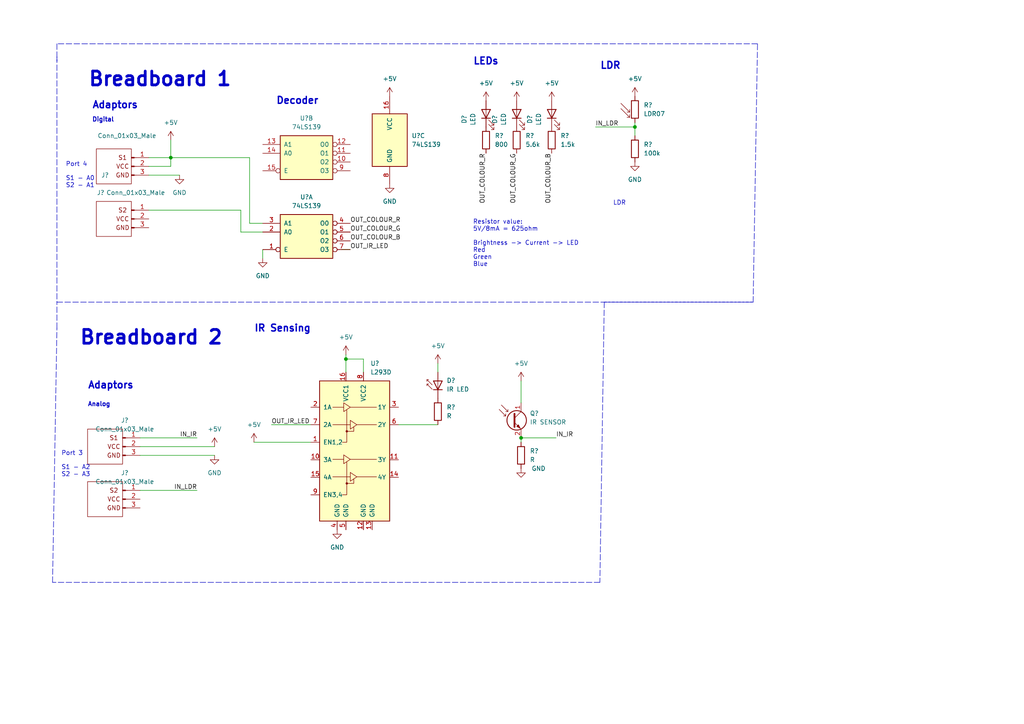
<source format=kicad_sch>
(kicad_sch (version 20211123) (generator eeschema)
  (paper "A4")
  (lib_symbols
    (symbol "74xx:74LS139" (pin_names (offset 1.016))
      (property "Reference" "U" (at -7.62 8.89 0))
      (property "Value" "74LS139" (at -7.62 -8.89 0))
      (symbol "74LS139_1_0"
        (pin input inverted (at -12.7 -5.08 0) (length 5.08) (name "E") (number "1"))
        (pin input line (at -12.7 0 0) (length 5.08) (name "A0") (number "2"))
        (pin input line (at -12.7 2.54 0) (length 5.08) (name "A1") (number "3"))
        (pin output inverted (at 12.7 2.54 180) (length 5.08) (name "O0") (number "4"))
        (pin output inverted (at 12.7 0 180) (length 5.08) (name "O1") (number "5"))
        (pin output inverted (at 12.7 -2.54 180) (length 5.08) (name "O2") (number "6"))
        (pin output inverted (at 12.7 -5.08 180) (length 5.08) (name "O3") (number "7"))
      )
      (symbol "74LS139_1_1"
        (rectangle (start -7.62 5.08) (end 7.62 -7.62) (stroke (width 0.254)) (fill (type background)))
      )
      (symbol "74LS139_2_0"
        (pin output inverted (at 12.7 -2.54 180) (length 5.08) (name "O2") (number "10"))
        (pin output inverted (at 12.7 0 180) (length 5.08) (name "O1") (number "11"))
        (pin output inverted (at 12.7 2.54 180) (length 5.08) (name "O0") (number "12"))
        (pin input line (at -12.7 2.54 0) (length 5.08) (name "A1") (number "13"))
        (pin input line (at -12.7 0 0) (length 5.08) (name "A0") (number "14"))
        (pin input inverted (at -12.7 -5.08 0) (length 5.08) (name "E") (number "15"))
        (pin output inverted (at 12.7 -5.08 180) (length 5.08) (name "O3") (number "9"))
      )
      (symbol "74LS139_2_1"
        (rectangle (start -7.62 5.08) (end 7.62 -7.62) (stroke (width 0.254)) (fill (type background)))
      )
      (symbol "74LS139_3_0"
        (pin power_in line (at 0 12.7 270) (length 5.08) (name "VCC") (number "16"))
        (pin power_in line (at 0 -12.7 90) (length 5.08) (name "GND") (number "8"))
      )
      (symbol "74LS139_3_1"
        (rectangle (start -5.08 7.62) (end 5.08 -7.62) (stroke (width 0.254)) (fill (type background)))
      )
    )
    (symbol "Device:LED" (pin_numbers hide) (pin_names (offset 1.016) hide)
      (property "Reference" "D" (at 0 2.54 0))
      (property "Value" "LED" (at 0 -2.54 0))
      (symbol "LED_0_1"
        (polyline (pts (xy -1.27 -1.27) (xy -1.27 1.27)) (stroke (width 0.254)))
        (polyline (pts (xy -1.27 0) (xy 1.27 0)))
        (polyline (pts (xy 1.27 -1.27) (xy 1.27 1.27) (xy -1.27 0) (xy 1.27 -1.27)) (stroke (width 0.254)))
        (polyline (pts (xy -3.048 -0.762) (xy -4.572 -2.286) (xy -3.81 -2.286) (xy -4.572 -2.286) (xy -4.572 -1.524)))
        (polyline (pts (xy -1.778 -0.762) (xy -3.302 -2.286) (xy -2.54 -2.286) (xy -3.302 -2.286) (xy -3.302 -1.524)))
      )
      (symbol "LED_1_1"
        (pin passive line (at -3.81 0 0) (length 2.54) (name "K") (number "1"))
        (pin passive line (at 3.81 0 180) (length 2.54) (name "A") (number "2"))
      )
    )
    (symbol "Device:R" (pin_numbers hide) (pin_names (offset 0))
      (property "Reference" "R" (at 2.032 0 90))
      (property "Value" "R" (at 0 0 90))
      (symbol "R_0_1"
        (rectangle (start -1.016 -2.54) (end 1.016 2.54) (stroke (width 0.254)))
      )
      (symbol "R_1_1"
        (pin passive line (at 0 3.81 270) (length 1.27) (name "~") (number "1"))
        (pin passive line (at 0 -3.81 90) (length 1.27) (name "~") (number "2"))
      )
    )
    (symbol "Driver_Motor:L293D" (pin_names (offset 1.016))
      (property "Reference" "U" (at -5.08 26.035 0))
      (property "Value" "L293D" (at -5.08 24.13 0))
      (symbol "L293D_0_1"
        (rectangle (start -10.16 22.86) (end 10.16 -17.78) (stroke (width 0.254)) (fill (type background)))
        (circle (center -2.286 -6.858) (radius 0.254) (fill (type outline)))
        (circle (center -2.286 8.255) (radius 0.254) (fill (type outline)))
        (polyline (pts (xy -6.35 -4.953) (xy -1.27 -4.953)))
        (polyline (pts (xy -6.35 0.127) (xy -3.175 0.127)))
        (polyline (pts (xy -6.35 10.16) (xy -1.27 10.16)))
        (polyline (pts (xy -6.35 15.24) (xy -3.175 15.24)))
        (polyline (pts (xy -1.27 0.127) (xy 6.35 0.127)))
        (polyline (pts (xy -1.27 15.24) (xy 6.35 15.24)))
        (polyline (pts (xy 0.635 -4.953) (xy 6.35 -4.953)))
        (polyline (pts (xy 0.635 10.16) (xy 6.35 10.16)))
        (polyline (pts (xy -2.286 -6.858) (xy -0.254 -6.858) (xy -0.254 -5.588)))
        (polyline (pts (xy -2.286 -0.635) (xy -2.286 -10.16) (xy -3.556 -10.16)))
        (polyline (pts (xy -2.286 8.255) (xy -0.254 8.255) (xy -0.254 9.525)))
        (polyline (pts (xy -2.286 14.478) (xy -2.286 5.08) (xy -3.556 5.08)))
        (polyline (pts (xy -3.175 1.397) (xy -3.175 -1.143) (xy -1.27 0.127) (xy -3.175 1.397)))
        (polyline (pts (xy -3.175 16.51) (xy -3.175 13.97) (xy -1.27 15.24) (xy -3.175 16.51)))
        (polyline (pts (xy -1.27 -3.683) (xy -1.27 -6.223) (xy 0.635 -4.953) (xy -1.27 -3.683)))
        (polyline (pts (xy -1.27 11.43) (xy -1.27 8.89) (xy 0.635 10.16) (xy -1.27 11.43)))
      )
      (symbol "L293D_1_1"
        (pin input line (at -12.7 5.08 0) (length 2.54) (name "EN1,2") (number "1"))
        (pin input line (at -12.7 0 0) (length 2.54) (name "3A") (number "10"))
        (pin output line (at 12.7 0 180) (length 2.54) (name "3Y") (number "11"))
        (pin power_in line (at 2.54 -20.32 90) (length 2.54) (name "GND") (number "12"))
        (pin power_in line (at 5.08 -20.32 90) (length 2.54) (name "GND") (number "13"))
        (pin output line (at 12.7 -5.08 180) (length 2.54) (name "4Y") (number "14"))
        (pin input line (at -12.7 -5.08 0) (length 2.54) (name "4A") (number "15"))
        (pin power_in line (at -2.54 25.4 270) (length 2.54) (name "VCC1") (number "16"))
        (pin input line (at -12.7 15.24 0) (length 2.54) (name "1A") (number "2"))
        (pin output line (at 12.7 15.24 180) (length 2.54) (name "1Y") (number "3"))
        (pin power_in line (at -5.08 -20.32 90) (length 2.54) (name "GND") (number "4"))
        (pin power_in line (at -2.54 -20.32 90) (length 2.54) (name "GND") (number "5"))
        (pin output line (at 12.7 10.16 180) (length 2.54) (name "2Y") (number "6"))
        (pin input line (at -12.7 10.16 0) (length 2.54) (name "2A") (number "7"))
        (pin power_in line (at 2.54 25.4 270) (length 2.54) (name "VCC2") (number "8"))
        (pin input line (at -12.7 -10.16 0) (length 2.54) (name "EN3,4") (number "9"))
      )
    )
    (symbol "LED:IR204A" (pin_numbers hide) (pin_names (offset 1.016) hide)
      (property "Reference" "D" (at 0.508 1.778 0))
      (property "Value" "IR204A" (at -1.016 -2.794 0))
      (symbol "IR204A_0_1"
        (polyline (pts (xy -2.54 1.27) (xy -2.54 -1.27)) (stroke (width 0.254)))
        (polyline (pts (xy 0 0) (xy -2.54 0)))
        (polyline (pts (xy 0.381 3.175) (xy -0.127 3.175)))
        (polyline (pts (xy -1.143 1.651) (xy 0.381 3.175) (xy 0.381 2.667)))
        (polyline (pts (xy 0 1.27) (xy -2.54 0) (xy 0 -1.27) (xy 0 1.27)) (stroke (width 0.254)))
        (polyline (pts (xy -2.413 1.651) (xy -0.889 3.175) (xy -0.889 2.667) (xy -0.889 3.175) (xy -1.397 3.175)))
      )
      (symbol "IR204A_1_1"
        (pin passive line (at -5.08 0 0) (length 2.54) (name "K") (number "1"))
        (pin passive line (at 2.54 0 180) (length 2.54) (name "A") (number "2"))
      )
    )
    (symbol "RJ25_Adaptor_1" (pin_names (offset 1.016) hide)
      (property "Reference" "J?" (at 0.635 7.62 0))
      (property "Value" "RJ25_Adaptor_1" (at 0.635 5.08 0))
      (symbol "RJ25_Adaptor_1_0_0"
        (text "GND" (at -2.54 -2.54 0) (effects (font (size 1.27 1.27))))
        (text "S2" (at -2.54 2.54 0) (effects (font (size 1.27 1.27))))
        (text "VCC" (at -2.54 0 0) (effects (font (size 1.27 1.27))))
      )
      (symbol "RJ25_Adaptor_1_0_1"
        (rectangle (start -10.16 5.08) (end 0 -5.08))
      )
      (symbol "RJ25_Adaptor_1_1_1"
        (polyline (pts (xy 1.27 -2.54) (xy 0.8636 -2.54)) (stroke (width 0.1524)))
        (polyline (pts (xy 1.27 0) (xy 0.8636 0)) (stroke (width 0.1524)))
        (polyline (pts (xy 1.27 2.54) (xy 0.8636 2.54)) (stroke (width 0.1524)))
        (rectangle (start 0.8636 -2.413) (end 0 -2.667) (stroke (width 0.1524)) (fill (type outline)))
        (rectangle (start 0.8636 0.127) (end 0 -0.127) (stroke (width 0.1524)) (fill (type outline)))
        (rectangle (start 0.8636 2.667) (end 0 2.413) (stroke (width 0.1524)) (fill (type outline)))
        (pin passive line (at 5.08 2.54 180) (length 3.81) (name "Pin_1") (number "1"))
        (pin passive line (at 5.08 0 180) (length 3.81) (name "Pin_2") (number "2"))
        (pin passive line (at 5.08 -2.54 180) (length 3.81) (name "Pin_3") (number "3"))
      )
    )
    (symbol "RJ25_Adaptor_2" (pin_names (offset 1.016) hide)
      (property "Reference" "J?" (at -8.89 7.62 0))
      (property "Value" "RJ25_Adaptor_2" (at 1.27 7.62 0))
      (symbol "RJ25_Adaptor_2_0_0"
        (text "GND" (at -2.54 -2.54 0) (effects (font (size 1.27 1.27))))
        (text "S2" (at -2.54 2.54 0) (effects (font (size 1.27 1.27))))
        (text "VCC" (at -2.54 0 0) (effects (font (size 1.27 1.27))))
      )
      (symbol "RJ25_Adaptor_2_0_1"
        (rectangle (start -10.16 5.08) (end 0 -5.08))
      )
      (symbol "RJ25_Adaptor_2_1_1"
        (polyline (pts (xy 1.27 -2.54) (xy 0.8636 -2.54)) (stroke (width 0.1524)))
        (polyline (pts (xy 1.27 0) (xy 0.8636 0)) (stroke (width 0.1524)))
        (polyline (pts (xy 1.27 2.54) (xy 0.8636 2.54)) (stroke (width 0.1524)))
        (rectangle (start 0.8636 -2.413) (end 0 -2.667) (stroke (width 0.1524)) (fill (type outline)))
        (rectangle (start 0.8636 0.127) (end 0 -0.127) (stroke (width 0.1524)) (fill (type outline)))
        (rectangle (start 0.8636 2.667) (end 0 2.413) (stroke (width 0.1524)) (fill (type outline)))
        (pin passive line (at 5.08 2.54 180) (length 3.81) (name "Pin_1") (number "1"))
        (pin passive line (at 5.08 0 180) (length 3.81) (name "Pin_2") (number "2"))
        (pin passive line (at 5.08 -2.54 180) (length 3.81) (name "Pin_3") (number "3"))
      )
    )
    (symbol "Sensor_Optical:BP103BF" (pin_names (offset 0) hide)
      (property "Reference" "Q" (at 5.08 1.27 0))
      (property "Value" "BP103BF" (at 5.08 -1.27 0))
      (symbol "BP103BF_0_1"
        (polyline (pts (xy -1.905 1.27) (xy -2.54 1.27)))
        (polyline (pts (xy -1.27 2.54) (xy -1.905 2.54)))
        (polyline (pts (xy 0.635 0.635) (xy 2.54 2.54)))
        (polyline (pts (xy -3.81 3.175) (xy -1.905 1.27) (xy -1.905 1.905)))
        (polyline (pts (xy -3.175 4.445) (xy -1.27 2.54) (xy -1.27 3.175)))
        (polyline (pts (xy 0.635 -0.635) (xy 2.54 -2.54) (xy 2.54 -2.54)))
        (polyline (pts (xy 0.635 1.905) (xy 0.635 -1.905) (xy 0.635 -1.905)) (stroke (width 0.508)))
        (polyline (pts (xy 1.27 -1.778) (xy 1.778 -1.27) (xy 2.286 -2.286) (xy 1.27 -1.778) (xy 1.27 -1.778)) (fill (type outline)))
        (circle (center 1.27 0) (radius 2.8194) (stroke (width 0.254)))
      )
      (symbol "BP103BF_1_1"
        (pin passive line (at 2.54 5.08 270) (length 2.54) (name "C") (number "1"))
        (pin passive line (at 2.54 -5.08 90) (length 2.54) (name "E") (number "2"))
      )
    )
    (symbol "Sensor_Optical:LDR07" (pin_numbers hide) (pin_names (offset 0))
      (property "Reference" "R" (at -5.08 0 90))
      (property "Value" "LDR07" (at 1.905 0 90))
      (symbol "LDR07_0_1"
        (rectangle (start -1.016 2.54) (end 1.016 -2.54) (stroke (width 0.254)))
        (polyline (pts (xy -1.524 -2.286) (xy -4.064 0.254)))
        (polyline (pts (xy -1.524 -2.286) (xy -2.286 -2.286)))
        (polyline (pts (xy -1.524 -2.286) (xy -1.524 -1.524)))
        (polyline (pts (xy -1.524 -0.762) (xy -4.064 1.778)))
        (polyline (pts (xy -1.524 -0.762) (xy -2.286 -0.762)))
        (polyline (pts (xy -1.524 -0.762) (xy -1.524 0)))
      )
      (symbol "LDR07_1_1"
        (pin passive line (at 0 3.81 270) (length 1.27) (name "~") (number "1"))
        (pin passive line (at 0 -3.81 90) (length 1.27) (name "~") (number "2"))
      )
    )
    (symbol "cg1111a_custom:RJ25_Adaptor" (pin_names (offset 1.016) hide)
      (property "Reference" "J?" (at -7.62 -2.54 0))
      (property "Value" "RJ25_Adaptor" (at -1.27 8.89 0))
      (symbol "RJ25_Adaptor_0_0"
        (text "GND" (at -2.54 -2.54 0) (effects (font (size 1.27 1.27))))
        (text "S1" (at -2.54 2.54 0) (effects (font (size 1.27 1.27))))
        (text "VCC" (at -2.54 0 0) (effects (font (size 1.27 1.27))))
      )
      (symbol "RJ25_Adaptor_0_1"
        (rectangle (start -10.16 5.08) (end 0 -5.08))
      )
      (symbol "RJ25_Adaptor_1_1"
        (polyline (pts (xy 1.27 -2.54) (xy 0.8636 -2.54)) (stroke (width 0.1524)))
        (polyline (pts (xy 1.27 0) (xy 0.8636 0)) (stroke (width 0.1524)))
        (polyline (pts (xy 1.27 2.54) (xy 0.8636 2.54)) (stroke (width 0.1524)))
        (rectangle (start 0.8636 -2.413) (end 0 -2.667) (stroke (width 0.1524)) (fill (type outline)))
        (rectangle (start 0.8636 0.127) (end 0 -0.127) (stroke (width 0.1524)) (fill (type outline)))
        (rectangle (start 0.8636 2.667) (end 0 2.413) (stroke (width 0.1524)) (fill (type outline)))
        (pin passive line (at 5.08 2.54 180) (length 3.81) (name "Pin_1") (number "1"))
        (pin passive line (at 5.08 0 180) (length 3.81) (name "Pin_2") (number "2"))
        (pin passive line (at 5.08 -2.54 180) (length 3.81) (name "Pin_3") (number "3"))
      )
    )
    (symbol "power:+5V" (power) (pin_names (offset 0))
      (property "Value" "+5V" (at 0 3.556 0))
      (symbol "+5V_0_1"
        (polyline (pts (xy -0.762 1.27) (xy 0 2.54)))
        (polyline (pts (xy 0 0) (xy 0 2.54)))
        (polyline (pts (xy 0 2.54) (xy 0.762 1.27)))
      )
      (symbol "+5V_1_1"
        (pin power_in line (at 0 0 90) (length 0) hide (name "+5V") (number "1"))
      )
    )
    (symbol "power:GND" (power) (pin_names (offset 0))
      (property "Value" "GND" (at 0 -3.81 0))
      (symbol "GND_0_1"
        (polyline (pts (xy 0 0) (xy 0 -1.27) (xy 1.27 -1.27) (xy 0 -2.54) (xy -1.27 -1.27) (xy 0 -1.27)))
      )
      (symbol "GND_1_1"
        (pin power_in line (at 0 0 270) (length 0) hide (name "GND") (number "1"))
      )
    )
  )
  (junction (at 100.33 104.14))
  (junction (at 49.53 45.72))
  (junction (at 184.15 36.83))
  (junction (at 151.13 127))
  (wire (pts (xy 151.13 110.49) (xy 151.13 116.84)))
  (wire (pts (xy 151.13 128.27) (xy 151.13 127)))
  (wire (pts (xy 62.23 129.54) (xy 40.64 129.54)))
  (wire (pts (xy 49.53 45.72) (xy 72.39 45.72)))
  (wire (pts (xy 100.33 102.87) (xy 100.33 104.14)))
  (polyline (pts (xy 218.44 87.63) (xy 219.71 12.7)))
  (wire (pts (xy 184.15 36.83) (xy 184.15 39.37)))
  (wire (pts (xy 40.64 132.08) (xy 62.23 132.08)))
  (wire (pts (xy 99.06 72.39) (xy 101.6 72.39)))
  (wire (pts (xy 49.53 48.26) (xy 49.53 45.72)))
  (wire (pts (xy 69.85 67.31) (xy 69.85 60.96)))
  (polyline (pts (xy 16.51 12.7) (xy 16.51 17.78)))
  (polyline (pts (xy 15.24 168.91) (xy 16.51 95.25)))
  (polyline (pts (xy 16.51 87.63) (xy 218.44 87.63)))
  (wire (pts (xy 105.41 104.14) (xy 100.33 104.14)))
  (polyline (pts (xy 173.99 168.91) (xy 15.24 168.91)))
  (wire (pts (xy 57.15 127) (xy 40.64 127)))
  (wire (pts (xy 76.2 74.93) (xy 76.2 72.39)))
  (wire (pts (xy 76.2 64.77) (xy 72.39 64.77)))
  (wire (pts (xy 127 123.19) (xy 115.57 123.19)))
  (wire (pts (xy 172.72 36.83) (xy 184.15 36.83)))
  (polyline (pts (xy 219.71 12.7) (xy 16.51 12.7)))
  (polyline (pts (xy 175.26 87.63) (xy 218.44 87.63)))
  (wire (pts (xy 69.85 67.31) (xy 76.2 67.31)))
  (wire (pts (xy 78.74 123.19) (xy 90.17 123.19)))
  (wire (pts (xy 105.41 104.14) (xy 105.41 107.95)))
  (wire (pts (xy 49.53 45.72) (xy 49.53 40.64)))
  (polyline (pts (xy 16.51 95.25) (xy 16.51 87.63)))
  (wire (pts (xy 69.85 60.96) (xy 43.18 60.96)))
  (wire (pts (xy 184.15 35.56) (xy 184.15 36.83)))
  (wire (pts (xy 161.29 127) (xy 151.13 127)))
  (wire (pts (xy 90.17 128.27) (xy 73.66 128.27)))
  (wire (pts (xy 100.33 104.14) (xy 100.33 107.95)))
  (wire (pts (xy 57.15 142.24) (xy 40.64 142.24)))
  (wire (pts (xy 127 105.41) (xy 127 107.95)))
  (wire (pts (xy 72.39 64.77) (xy 72.39 45.72)))
  (wire (pts (xy 49.53 45.72) (xy 43.18 45.72)))
  (wire (pts (xy 43.18 48.26) (xy 49.53 48.26)))
  (polyline (pts (xy 175.26 87.63) (xy 173.99 168.91)))
  (wire (pts (xy 52.07 50.8) (xy 43.18 50.8)))
  (polyline (pts (xy 16.51 16.51) (xy 16.51 87.63)))
  (text "Port 3\n\nS1 - A2\nS2 - A3\n" (at 17.78 138.43 0) (effects (font (size 1.27 1.27)) (justify left bottom)))
  (text "LDR " (at 177.8 59.69 0) (effects (font (size 1.27 1.27)) (justify left bottom)))
  (text "LEDs\n" (at 137.16 19.05 0) (effects (font (size 2 2) (thickness 0.4) bold) (justify left bottom)))
  (text "Resistor value:\n5V/8mA = 625ohm \n\nBrightness -> Current -> LED\nRed\nGreen\nBlue\n" (at 137.16 77.47 0) (effects (font (size 1.27 1.27)) (justify left bottom)))
  (text "LDR" (at 173.99 20.32 0) (effects (font (size 2 2) (thickness 0.4) bold) (justify left bottom)))
  (text "Breadboard 1" (at 25.4 25.4 0) (effects (font (size 4 4) bold) (justify left bottom)))
  (text "Port 4\n\nS1 - A0\nS2 - A1\n" (at 19.05 54.61 0) (effects (font (size 1.27 1.27)) (justify left bottom)))
  (text "Breadboard 2" (at 22.86 100.33 0) (effects (font (size 4 4) bold) (justify left bottom)))
  (text "Adaptors" (at 25.4 113.03 0) (effects (font (size 2 2) (thickness 0.4) bold) (justify left bottom)))
  (text "Adaptors" (at 26.67 31.75 0) (effects (font (size 2 2) (thickness 0.4) bold) (justify left bottom)))
  (text "Decoder\n" (at 80.01 30.48 0) (effects (font (size 2 2) (thickness 0.4) bold) (justify left bottom)))
  (text "IR Sensing" (at 73.66 96.52 0) (effects (font (size 2 2) (thickness 0.4) bold) (justify left bottom)))
  (text "Digital" (at 26.67 35.56 0) (effects (font (size 1.27 1.27) (thickness 0.254) bold) (justify left bottom)))
  (text "Analog\n" (at 25.4 118.11 0) (effects (font (size 1.27 1.27) bold) (justify left bottom)))
  (label "IN_IR" (at 161.29 127 0))
  (label "OUT_COLOUR_G" (at 149.86 44.45 270))
  (label "IN_LDR" (at 172.72 36.83 0))
  (label "OUT_IR_LED" (at 101.6 72.39 0))
  (label "OUT_COLOUR_G" (at 101.6 67.31 0))
  (label "OUT_IR_LED" (at 78.74 123.19 0))
  (label "OUT_COLOUR_R" (at 140.97 44.45 270))
  (label "OUT_COLOUR_B" (at 160.02 44.45 270))
  (label "OUT_COLOUR_R" (at 101.6 64.77 0))
  (label "IN_LDR" (at 57.15 142.24 180))
  (label "IN_IR" (at 57.15 127 180))
  (label "OUT_COLOUR_B" (at 101.6 69.85 0))
  (symbol (lib_id "Device:R") (at 160.02 40.64 0) (unit 1)
    (property "Reference" "R?" (at 162.56 39.3699 0) (effects (justify left)))
    (property "Value" "1.5k" (at 162.56 41.9099 0) (effects (justify left)))
  )
  (symbol (lib_id "power:GND") (at 151.13 135.89 0) (unit 1)
    (property "Reference" "#PWR?" (effects hide))
    (property "Value" "GND" (at 156.21 135.89 0))
  )
  (symbol (lib_id "power:+5V") (at 160.02 29.21 0) (unit 1)
    (property "Reference" "#PWR?" (effects hide))
    (property "Value" "+5V" (at 160.02 24.13 0))
  )
  (symbol (lib_id "power:+5V") (at 140.97 29.21 0) (unit 1)
    (property "Reference" "#PWR?" (effects hide))
    (property "Value" "+5V" (at 140.97 24.13 0))
  )
  (symbol (lib_id "Device:R") (at 151.13 132.08 0) (unit 1)
    (property "Reference" "R?" (at 153.67 130.8099 0) (effects (justify left)))
    (property "Value" "R" (at 153.67 133.3499 0) (effects (justify left)))
  )
  (symbol (lib_id "Device:R") (at 140.97 40.64 0) (unit 1)
    (property "Reference" "R?" (at 143.51 39.3699 0) (effects (justify left)))
    (property "Value" "800" (at 143.51 41.9099 0) (effects (justify left)))
  )
  (symbol (lib_id "power:GND") (at 113.03 53.34 0) (unit 1)
    (property "Reference" "#PWR?" (effects hide))
    (property "Value" "GND" (at 113.03 58.42 0))
  )
  (symbol (lib_id "power:GND") (at 62.23 132.08 0) (unit 1)
    (property "Reference" "#PWR?" (effects hide))
    (property "Value" "GND" (at 62.23 137.16 0))
  )
  (symbol (lib_id "Device:R") (at 127 119.38 0) (unit 1)
    (property "Reference" "R?" (at 129.54 118.1099 0) (effects (justify left)))
    (property "Value" "R" (at 129.54 120.6499 0) (effects (justify left)))
  )
  (symbol (lib_id "Device:R") (at 184.15 43.18 0) (unit 1)
    (property "Reference" "R?" (at 186.69 41.9099 0) (effects (justify left)))
    (property "Value" "100k" (at 186.69 44.4499 0) (effects (justify left)))
  )
  (symbol (lib_id "power:+5V") (at 49.53 40.64 0) (unit 1)
    (property "Reference" "#PWR?" (effects hide))
    (property "Value" "+5V" (at 49.53 35.56 0))
  )
  (symbol (lib_id "74xx:74LS139") (at 113.03 40.64 0) (unit 3)
    (property "Reference" "U?" (at 119.38 39.3699 0) (effects (justify left)))
    (property "Value" "74LS139" (at 119.38 41.9099 0) (effects (justify left)))
    (property "Datasheet" "http://www.ti.com/lit/ds/symlink/sn74ls139a.pdf" (effects hide))
  )
  (symbol (lib_id "power:GND") (at 52.07 50.8 0) (unit 1)
    (property "Reference" "#PWR?" (effects hide))
    (property "Value" "GND" (at 52.07 55.88 0))
  )
  (symbol (lib_id "Device:R") (at 149.86 40.64 0) (unit 1)
    (property "Reference" "R?" (at 152.4 39.3699 0) (effects (justify left)))
    (property "Value" "5.6k" (at 152.4 41.9099 0) (effects (justify left)))
  )
  (symbol (lib_name "RJ25_Adaptor_2") (lib_id "cg1111a_custom:RJ25_Adaptor") (at 38.1 63.5 0) (unit 1)
    (property "Reference" "J?" (at 29.21 55.88 0))
    (property "Value" "Conn_01x03_Male" (at 39.37 55.88 0))
  )
  (symbol (lib_id "74xx:74LS139") (at 88.9 44.45 0) (unit 2)
    (property "Reference" "U?" (at 88.9 34.29 0))
    (property "Value" "74LS139" (at 88.9 36.83 0))
    (property "Datasheet" "http://www.ti.com/lit/ds/symlink/sn74ls139a.pdf" (effects hide))
  )
  (symbol (lib_id "Driver_Motor:L293D") (at 102.87 133.35 0) (unit 1)
    (property "Reference" "U?" (at 107.4294 105.41 0) (effects (justify left)))
    (property "Value" "L293D" (at 107.4294 107.95 0) (effects (justify left)))
    (property "Footprint" "Package_DIP:DIP-16_W7.62mm" (effects hide))
    (property "Datasheet" "http://www.ti.com/lit/ds/symlink/l293.pdf" (effects hide))
  )
  (symbol (lib_name "RJ25_Adaptor_1") (lib_id "cg1111a_custom:RJ25_Adaptor") (at 35.56 144.78 0) (unit 1)
    (property "Reference" "J?" (at 36.195 137.16 0))
    (property "Value" "Conn_01x03_Male" (at 36.195 139.7 0))
  )
  (symbol (lib_id "power:GND") (at 97.79 153.67 0) (unit 1)
    (property "Reference" "#PWR?" (effects hide))
    (property "Value" "GND" (at 97.79 158.75 0))
  )
  (symbol (lib_id "cg1111a_custom:RJ25_Adaptor") (at 38.1 48.26 0) (unit 1)
    (property "Reference" "J?" (at 30.48 50.8 0))
    (property "Value" "Conn_01x03_Male" (at 36.83 39.37 0))
  )
  (symbol (lib_id "Device:LED") (at 140.97 33.02 90) (unit 1)
    (property "Reference" "D?" (at 134.62 34.6075 0))
    (property "Value" "LED" (at 137.16 34.6075 0))
  )
  (symbol (lib_id "Sensor_Optical:LDR07") (at 184.15 31.75 0) (unit 1)
    (property "Reference" "R?" (at 186.69 30.4799 0) (effects (justify left)))
    (property "Value" "LDR07" (at 186.69 33.0199 0) (effects (justify left)))
    (property "Footprint" "OptoDevice:R_LDR_5.1x4.3mm_P3.4mm_Vertical" (effects hide))
    (property "Datasheet" "http://www.tme.eu/de/Document/f2e3ad76a925811312d226c31da4cd7e/LDR07.pdf" (effects hide))
  )
  (symbol (lib_id "cg1111a_custom:RJ25_Adaptor") (at 35.56 129.54 0) (unit 1)
    (property "Reference" "J?" (at 36.195 121.92 0))
    (property "Value" "Conn_01x03_Male" (at 36.195 124.46 0))
  )
  (symbol (lib_id "Device:LED") (at 160.02 33.02 90) (unit 1)
    (property "Reference" "D?" (at 153.67 34.6075 0))
    (property "Value" "LED" (at 156.21 34.6075 0))
  )
  (symbol (lib_id "power:+5V") (at 151.13 110.49 0) (unit 1)
    (property "Reference" "#PWR?" (effects hide))
    (property "Value" "+5V" (at 151.13 105.41 0))
  )
  (symbol (lib_id "power:+5V") (at 62.23 129.54 0) (unit 1)
    (property "Reference" "#PWR?" (effects hide))
    (property "Value" "+5V" (at 62.23 124.46 0))
  )
  (symbol (lib_id "74xx:74LS139") (at 88.9 67.31 0) (unit 1)
    (property "Reference" "U?" (at 88.9 57.15 0))
    (property "Value" "74LS139" (at 88.9 59.69 0))
    (property "Datasheet" "http://www.ti.com/lit/ds/symlink/sn74ls139a.pdf" (effects hide))
  )
  (symbol (lib_id "power:GND") (at 184.15 46.99 0) (unit 1)
    (property "Reference" "#PWR?" (effects hide))
    (property "Value" "GND" (at 184.15 52.07 0))
  )
  (symbol (lib_id "power:GND") (at 76.2 74.93 0) (unit 1)
    (property "Reference" "#PWR?" (effects hide))
    (property "Value" "GND" (at 76.2 80.01 0))
  )
  (symbol (lib_id "Sensor_Optical:BP103BF") (at 148.59 121.92 0) (unit 1)
    (property "Reference" "Q?" (at 153.67 119.9006 0) (effects (justify left)))
    (property "Value" "IR SENSOR" (at 153.67 122.4406 0) (effects (justify left)))
    (property "Footprint" "LED_THT:LED_D5.0mm_Clear" (effects hide))
    (property "Datasheet" "http://www.b-kainka.de/Daten/Sensor/bp103bf.pdf" (effects hide))
  )
  (symbol (lib_id "power:+5V") (at 149.86 29.21 0) (unit 1)
    (property "Reference" "#PWR?" (effects hide))
    (property "Value" "+5V" (at 149.86 24.13 0))
  )
  (symbol (lib_id "power:+5V") (at 73.66 128.27 0) (unit 1)
    (property "Reference" "#PWR?" (effects hide))
    (property "Value" "+5V" (at 73.66 123.19 0))
  )
  (symbol (lib_id "power:+5V") (at 127 105.41 0) (unit 1)
    (property "Reference" "#PWR?" (effects hide))
    (property "Value" "+5V" (at 127 100.33 0))
  )
  (symbol (lib_id "power:+5V") (at 113.03 27.94 0) (unit 1)
    (property "Reference" "#PWR?" (effects hide))
    (property "Value" "+5V" (at 113.03 22.86 0))
  )
  (symbol (lib_id "Device:LED") (at 149.86 33.02 90) (unit 1)
    (property "Reference" "D?" (at 143.51 34.6075 0))
    (property "Value" "LED" (at 146.05 34.6075 0))
  )
  (symbol (lib_id "power:+5V") (at 100.33 102.87 0) (unit 1)
    (property "Reference" "#PWR?" (effects hide))
    (property "Value" "+5V" (at 100.33 97.79 0))
  )
  (symbol (lib_id "power:+5V") (at 184.15 27.94 0) (unit 1)
    (property "Reference" "#PWR?" (effects hide))
    (property "Value" "+5V" (at 184.15 22.86 0))
  )
  (symbol (lib_id "LED:IR204A") (at 127 110.49 90) (unit 1)
    (property "Reference" "D?" (at 129.54 110.3629 90) (effects (justify right)))
    (property "Value" "IR LED" (at 129.54 112.9029 90) (effects (justify right)))
    (property "Footprint" "LED_THT:LED_D3.0mm_IRBlack" (effects hide))
    (property "Datasheet" "http://www.everlight.com/file/ProductFile/IR204-A.pdf" (effects hide))
  )
)
</source>
